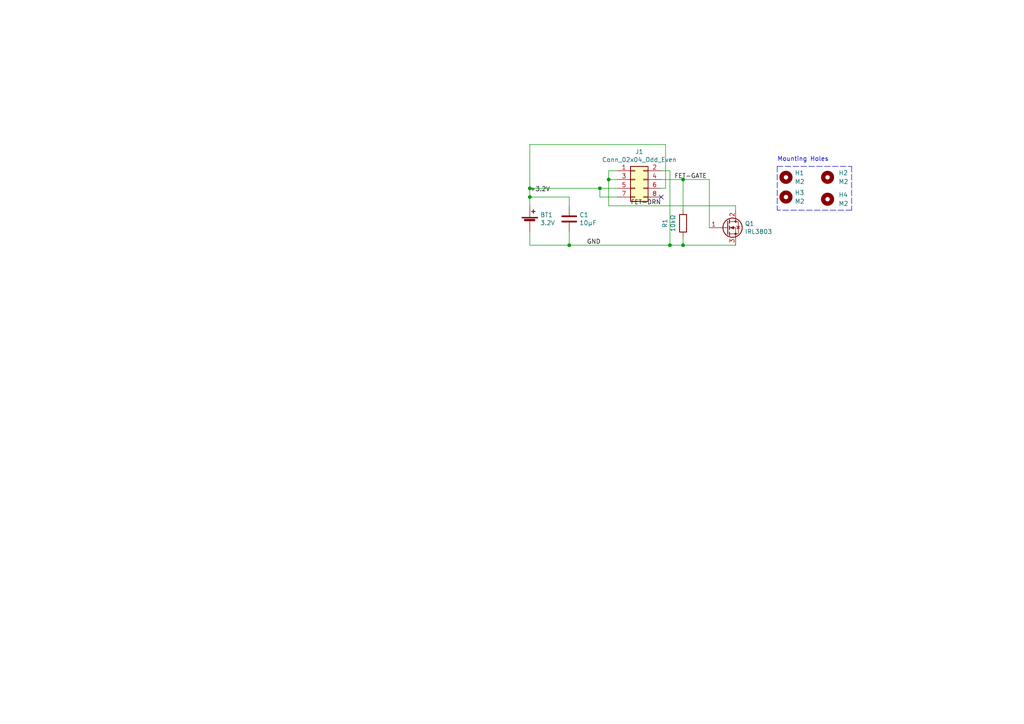
<source format=kicad_sch>
(kicad_sch (version 20211123) (generator eeschema)
  (paper "A4")
  (lib_symbols
    (symbol "Connector_Generic:Conn_02x04_Odd_Even" (pin_names (offset 1.016) hide)
      (property "Reference" "J" (at 1.27 5.08 0))
      (property "Value" "Conn_02x04_Odd_Even" (at 1.27 -7.62 0))
      (symbol "Conn_02x04_Odd_Even_1_1"
        (rectangle (start -1.27 -4.953) (end 0 -5.207) (stroke (width 0.1524)))
        (rectangle (start -1.27 -2.413) (end 0 -2.667) (stroke (width 0.1524)))
        (rectangle (start -1.27 0.127) (end 0 -0.127) (stroke (width 0.1524)))
        (rectangle (start -1.27 2.667) (end 0 2.413) (stroke (width 0.1524)))
        (rectangle (start -1.27 3.81) (end 3.81 -6.35) (stroke (width 0.254)) (fill (type background)))
        (rectangle (start 3.81 -4.953) (end 2.54 -5.207) (stroke (width 0.1524)))
        (rectangle (start 3.81 -2.413) (end 2.54 -2.667) (stroke (width 0.1524)))
        (rectangle (start 3.81 0.127) (end 2.54 -0.127) (stroke (width 0.1524)))
        (rectangle (start 3.81 2.667) (end 2.54 2.413) (stroke (width 0.1524)))
        (pin passive line (at -5.08 2.54 0) (length 3.81) (name "Pin_1") (number "1"))
        (pin passive line (at 7.62 2.54 180) (length 3.81) (name "Pin_2") (number "2"))
        (pin passive line (at -5.08 0 0) (length 3.81) (name "Pin_3") (number "3"))
        (pin passive line (at 7.62 0 180) (length 3.81) (name "Pin_4") (number "4"))
        (pin passive line (at -5.08 -2.54 0) (length 3.81) (name "Pin_5") (number "5"))
        (pin passive line (at 7.62 -2.54 180) (length 3.81) (name "Pin_6") (number "6"))
        (pin passive line (at -5.08 -5.08 0) (length 3.81) (name "Pin_7") (number "7"))
        (pin passive line (at 7.62 -5.08 180) (length 3.81) (name "Pin_8") (number "8"))
      )
    )
    (symbol "Device:Battery_Cell" (pin_numbers hide) (pin_names (offset 0) hide)
      (property "Reference" "BT" (at 2.54 2.54 0))
      (property "Value" "Battery_Cell" (at 2.54 0 0))
      (symbol "Battery_Cell_0_1"
        (rectangle (start -2.286 1.778) (end 2.286 1.524) (fill (type outline)))
        (rectangle (start -1.5748 1.1938) (end 1.4732 0.6858) (fill (type outline)))
        (polyline (pts (xy 0 0.762) (xy 0 0)))
        (polyline (pts (xy 0 1.778) (xy 0 2.54)))
        (polyline (pts (xy 0.508 3.429) (xy 1.524 3.429)) (stroke (width 0.254)))
        (polyline (pts (xy 1.016 3.937) (xy 1.016 2.921)) (stroke (width 0.254)))
      )
      (symbol "Battery_Cell_1_1"
        (pin passive line (at 0 5.08 270) (length 2.54) (name "+") (number "1"))
        (pin passive line (at 0 -2.54 90) (length 2.54) (name "-") (number "2"))
      )
    )
    (symbol "Device:C" (pin_numbers hide) (pin_names (offset 0.254))
      (property "Reference" "C" (at 0.635 2.54 0))
      (property "Value" "C" (at 0.635 -2.54 0))
      (symbol "C_0_1"
        (polyline (pts (xy -2.032 -0.762) (xy 2.032 -0.762)) (stroke (width 0.508)))
        (polyline (pts (xy -2.032 0.762) (xy 2.032 0.762)) (stroke (width 0.508)))
      )
      (symbol "C_1_1"
        (pin passive line (at 0 3.81 270) (length 2.794) (name "~") (number "1"))
        (pin passive line (at 0 -3.81 90) (length 2.794) (name "~") (number "2"))
      )
    )
    (symbol "Device:R" (pin_numbers hide) (pin_names (offset 0))
      (property "Reference" "R" (at 2.032 0 90))
      (property "Value" "R" (at 0 0 90))
      (symbol "R_0_1"
        (rectangle (start -1.016 -2.54) (end 1.016 2.54) (stroke (width 0.254)))
      )
      (symbol "R_1_1"
        (pin passive line (at 0 3.81 270) (length 1.27) (name "~") (number "1"))
        (pin passive line (at 0 -3.81 90) (length 1.27) (name "~") (number "2"))
      )
    )
    (symbol "Mechanical:MountingHole" (pin_names (offset 1.016))
      (property "Reference" "H" (at 0 5.08 0))
      (property "Value" "MountingHole" (at 0 3.175 0))
      (symbol "MountingHole_0_1"
        (circle (center 0 0) (radius 1.27) (stroke (width 1.27)))
      )
    )
    (symbol "Transistor_FET:IRLZ44N" (pin_names hide)
      (property "Reference" "Q" (at 6.35 1.905 0))
      (property "Value" "IRLZ44N" (at 6.35 0 0))
      (symbol "IRLZ44N_0_1"
        (polyline (pts (xy 0.254 0) (xy -2.54 0)))
        (polyline (pts (xy 0.254 1.905) (xy 0.254 -1.905)) (stroke (width 0.254)))
        (polyline (pts (xy 0.762 -1.27) (xy 0.762 -2.286)) (stroke (width 0.254)))
        (polyline (pts (xy 0.762 0.508) (xy 0.762 -0.508)) (stroke (width 0.254)))
        (polyline (pts (xy 0.762 2.286) (xy 0.762 1.27)) (stroke (width 0.254)))
        (polyline (pts (xy 2.54 2.54) (xy 2.54 1.778)))
        (polyline (pts (xy 2.54 -2.54) (xy 2.54 0) (xy 0.762 0)))
        (polyline (pts (xy 0.762 -1.778) (xy 3.302 -1.778) (xy 3.302 1.778) (xy 0.762 1.778)))
        (polyline (pts (xy 1.016 0) (xy 2.032 0.381) (xy 2.032 -0.381) (xy 1.016 0)) (fill (type outline)))
        (polyline (pts (xy 2.794 0.508) (xy 2.921 0.381) (xy 3.683 0.381) (xy 3.81 0.254)))
        (polyline (pts (xy 3.302 0.381) (xy 2.921 -0.254) (xy 3.683 -0.254) (xy 3.302 0.381)))
        (circle (center 1.651 0) (radius 2.794) (stroke (width 0.254)))
        (circle (center 2.54 -1.778) (radius 0.254) (fill (type outline)))
        (circle (center 2.54 1.778) (radius 0.254) (fill (type outline)))
      )
      (symbol "IRLZ44N_1_1"
        (pin input line (at -5.08 0 0) (length 2.54) (name "G") (number "1"))
        (pin passive line (at 2.54 5.08 270) (length 2.54) (name "D") (number "2"))
        (pin passive line (at 2.54 -5.08 90) (length 2.54) (name "S") (number "3"))
      )
    )
  )
  (junction (at 176.53 52.07))
  (junction (at 198.12 71.12))
  (junction (at 165.1 71.12))
  (junction (at 153.67 54.61))
  (junction (at 194.31 71.12))
  (junction (at 153.67 57.15))
  (junction (at 173.99 54.61))
  (junction (at 198.12 52.07))
  (no_connect (at 191.77 57.15))
  (polyline (pts (xy 247.015 60.96) (xy 225.425 60.96)))
  (polyline (pts (xy 225.425 48.26) (xy 247.015 48.26)))
  (wire (pts (xy 173.99 54.61) (xy 173.99 57.15)))
  (wire (pts (xy 176.53 59.69) (xy 213.36 59.69)))
  (wire (pts (xy 198.12 52.07) (xy 198.12 60.96)))
  (wire (pts (xy 165.1 67.31) (xy 165.1 71.12)))
  (wire (pts (xy 165.1 71.12) (xy 194.31 71.12)))
  (wire (pts (xy 176.53 52.07) (xy 176.53 59.69)))
  (wire (pts (xy 193.04 54.61) (xy 193.04 41.91)))
  (wire (pts (xy 194.31 49.53) (xy 191.77 49.53)))
  (wire (pts (xy 153.67 67.31) (xy 153.67 71.12)))
  (wire (pts (xy 165.1 59.69) (xy 165.1 57.15)))
  (wire (pts (xy 153.67 57.15) (xy 153.67 59.69)))
  (wire (pts (xy 198.12 68.58) (xy 198.12 71.12)))
  (wire (pts (xy 176.53 49.53) (xy 179.07 49.53)))
  (wire (pts (xy 213.36 59.69) (xy 213.36 60.96)))
  (polyline (pts (xy 247.015 48.26) (xy 247.015 60.96)))
  (wire (pts (xy 153.67 41.91) (xy 153.67 54.61)))
  (wire (pts (xy 179.07 52.07) (xy 176.53 52.07)))
  (wire (pts (xy 165.1 57.15) (xy 153.67 57.15)))
  (wire (pts (xy 176.53 49.53) (xy 176.53 52.07)))
  (wire (pts (xy 153.67 54.61) (xy 173.99 54.61)))
  (wire (pts (xy 205.74 52.07) (xy 205.74 66.04)))
  (wire (pts (xy 153.67 41.91) (xy 193.04 41.91)))
  (wire (pts (xy 194.31 49.53) (xy 194.31 71.12)))
  (wire (pts (xy 205.74 52.07) (xy 198.12 52.07)))
  (wire (pts (xy 153.67 54.61) (xy 153.67 57.15)))
  (wire (pts (xy 173.99 57.15) (xy 179.07 57.15)))
  (polyline (pts (xy 225.425 48.26) (xy 225.425 60.96)))
  (wire (pts (xy 153.67 71.12) (xy 165.1 71.12)))
  (wire (pts (xy 194.31 71.12) (xy 198.12 71.12)))
  (wire (pts (xy 198.12 71.12) (xy 213.36 71.12)))
  (wire (pts (xy 179.07 54.61) (xy 173.99 54.61)))
  (wire (pts (xy 198.12 52.07) (xy 191.77 52.07)))
  (wire (pts (xy 191.77 54.61) (xy 193.04 54.61)))
  (text "Mounting Holes" (at 225.425 46.99 0) (effects (font (size 1.27 1.27)) (justify left bottom)))
  (label "FET-DRN" (at 182.88 59.69 0))
  (label "FET-GATE" (at 195.58 52.07 0))
  (label "GND" (at 170.18 71.12 0))
  (label "+3.2V" (at 153.67 55.88 0))
  (symbol (lib_id "Device:R") (at 198.12 64.77 180) (unit 1)
    (property "Reference" "R1" (at 192.8622 64.77 90))
    (property "Value" "10kΩ" (at 195.1736 64.77 90))
    (property "Footprint" "Resistor_SMD:R_0805_2012Metric_Pad1.20x1.40mm_HandSolder" (effects hide))
  )
  (symbol (lib_id "Transistor_FET:IRLZ44N") (at 210.82 66.04 0) (unit 1)
    (property "Reference" "Q1" (at 216.027 64.8716 0) (effects (justify left)))
    (property "Value" "IRL3803" (at 216.027 67.183 0) (effects (justify left)))
    (property "Footprint" "Package_TO_SOT_THT:TO-220-3_Vertical" (effects hide))
    (property "Datasheet" "http://www.irf.com/product-info/datasheets/data/irlz44n.pdf" (effects hide))
  )
  (symbol (lib_id "Device:Battery_Cell") (at 153.67 64.77 0) (unit 1)
    (property "Reference" "BT1" (at 156.6672 62.3316 0) (effects (justify left)))
    (property "Value" "3.2V" (at 156.6672 64.643 0) (effects (justify left)))
    (property "Footprint" "Andys-Footprints:BatteryHolder_Keystone_2460_1xAA-removed-holes" (effects hide))
  )
  (symbol (lib_id "Connector_Generic:Conn_02x04_Odd_Even") (at 184.15 52.07 0) (unit 1)
    (property "Reference" "J1" (at 185.42 44.0182 0))
    (property "Value" "Conn_02x04_Odd_Even" (at 185.42 46.3296 0))
    (property "Footprint" "Andys-Footprints:PinHeader_2x04_P2.54mm_Horizontal-Less-SilkScreen" (effects hide))
  )
  (symbol (lib_id "Device:C") (at 165.1 63.5 0) (unit 1)
    (property "Reference" "C1" (at 168.021 62.3316 0) (effects (justify left)))
    (property "Value" "10µF" (at 168.021 64.643 0) (effects (justify left)))
    (property "Footprint" "Capacitor_SMD:C_0805_2012Metric_Pad1.18x1.45mm_HandSolder" (effects hide))
  )
  (symbol (lib_id "Mechanical:MountingHole") (at 227.965 51.435 0) (unit 1)
    (property "Reference" "H1" (at 230.505 50.1649 0) (effects (justify left)))
    (property "Value" "M2" (at 230.505 52.7049 0) (effects (justify left)))
    (property "Footprint" "MountingHole:MountingHole_2.2mm_M2_Pad_Via" (effects hide))
  )
  (symbol (lib_id "Mechanical:MountingHole") (at 240.03 57.785 0) (unit 1)
    (property "Reference" "H4" (at 243.205 56.5149 0) (effects (justify left)))
    (property "Value" "M2" (at 243.205 59.0549 0) (effects (justify left)))
    (property "Footprint" "MountingHole:MountingHole_2.2mm_M2_Pad_Via" (effects hide))
  )
  (symbol (lib_id "Mechanical:MountingHole") (at 240.03 51.435 0) (unit 1)
    (property "Reference" "H2" (at 243.205 50.1649 0) (effects (justify left)))
    (property "Value" "M2" (at 243.205 52.7049 0) (effects (justify left)))
    (property "Footprint" "MountingHole:MountingHole_2.2mm_M2_Pad_Via" (effects hide))
  )
  (symbol (lib_id "Mechanical:MountingHole") (at 227.965 57.15 0) (unit 1)
    (property "Reference" "H3" (at 230.505 55.8799 0) (effects (justify left)))
    (property "Value" "M2" (at 230.505 58.4199 0) (effects (justify left)))
    (property "Footprint" "MountingHole:MountingHole_2.2mm_M2_Pad_Via" (effects hide))
  )
)
</source>
